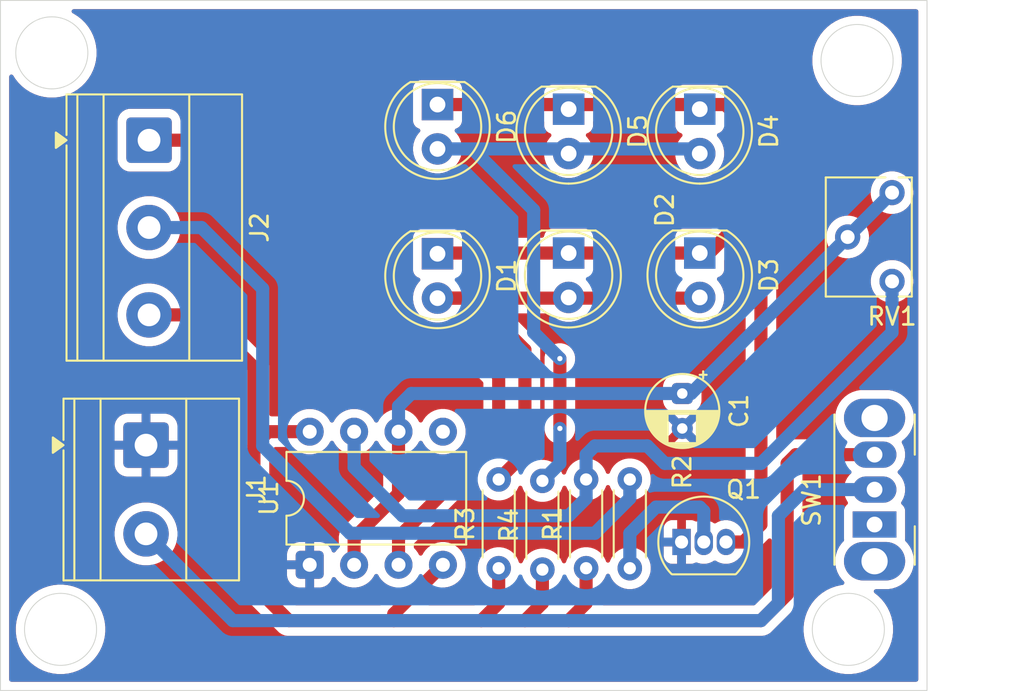
<source format=kicad_pcb>
(kicad_pcb (version 20241229) (generator "pcbnew") (generator_version "9.0")
  (layers (0 "F.Cu" signal) (2 "B.Cu" signal) (13 "F.Paste" user) (15 "B.Paste" user) (5 "F.SilkS" user "F.Silkscreen") (7 "B.SilkS" user "B.Silkscreen") (1 "F.Mask" user) (3 "B.Mask" user) (25 "Edge.Cuts" user))
  (net 0 "")
  (net 1 "GND")
  (net 2 "2,6")
  (net 3 "Net-(D1-A)")
  (net 4 "Net-(D1-K)")
  (net 5 "VCC")
  (net 6 "Net-(J1-Pin_2)")
  (net 7 "Net-(J2-Pin_1)")
  (net 8 "Net-(J2-Pin_2)")
  (net 9 "Net-(Q1-B)")
  (net 10 "7")
  (net 13 "Net-(D4-A)")
  (footprint "Button_Switch_THT:SW_Slide_SPDT_Angled_CK_OS102011MA1Q" (layer "F.Cu") (at 110.5 86 90)
    (property "Reference" "SW1" (at 1.4 -3.6 90) (layer "F.SilkS"))
    (property "Value" "SW_Push_SPDT")
    (fp_line (start -2.3 -2.3) (end 6.3 -2.3) (stroke (width 0.12)) (layer "F.SilkS"))
    (fp_line (start 4 2.3) (end 6.3 2.3) (stroke (width 0.12)) (layer "F.SilkS"))
    (fp_line (start -2.3 2.3) (end -0.1 2.3) (stroke (width 0.12)) (layer "F.SilkS"))
    (pad "" thru_hole oval (at -2.1 0 90) (size 2.2 3.5) (drill 1.5) (layers "*.Cu" "*.Mask"))
    (pad "" thru_hole oval (at 6.1 0 90) (size 2.2 3.5) (drill 1.5) (layers "*.Cu" "*.Mask"))
    (pad "1" thru_hole rect (at 0 0 90) (size 1.5 2.5) (drill 0.9) (layers "*.Cu" "*.Mask"))
    (pad "2" thru_hole oval (at 2 0 90) (size 1.5 2.5) (drill 0.9) (layers "*.Cu" "*.Mask") (net 6 "Net-(J1-Pin_2)"))
    (pad "3" thru_hole oval (at 4 0 90) (size 1.5 2.5) (drill 0.9) (layers "*.Cu" "*.Mask") (net 5 "VCC"))
  )
  (footprint "LED_THT:LED_D5.0mm" (layer "F.Cu") (at 85.5 61.96 -90)
    (property "Reference" "D6" (at 1.27 -3.96 90) (layer "F.SilkS"))
    (property "Value" "LED")
    (fp_line (start -1.29 -1.545) (end -1.29 1.545) (stroke (width 0.12)) (layer "F.SilkS"))
    (fp_arc (start 4.26 0) (mid 2.071779 2.880495) (end -1.29 1.54483) (stroke (width 0.12)) (layer "F.SilkS"))
    (fp_arc (start -1.29 -1.54483) (mid 2.071779 -2.880495) (end 4.26 0) (stroke (width 0.12)) (layer "F.SilkS"))
    (fp_circle (center 1.27 0) (end 3.77 0) (stroke (width 0.12)) (fill no) (layer "F.SilkS"))
    (pad "1" thru_hole rect (at 0 0 270) (size 1.8 1.8) (drill 0.9) (layers "*.Cu" "*.Mask") (net 4 "Net-(D1-K)"))
    (pad "2" thru_hole circle (at 2.54 0 270) (size 1.8 1.8) (drill 0.9) (layers "*.Cu" "*.Mask") (net 13 "Net-(D4-A)"))
  )
  (footprint "TerminalBlock_Phoenix:TerminalBlock_Phoenix_MKDS-1,5-2-5.08_1x02_P5.08mm_Horizontal" (layer "F.Cu") (at 68.8275 81.455 -90)
    (property "Reference" "J1" (at 2.54 -6.32 90) (layer "F.SilkS"))
    (property "Value" "Screw_Terminal_01x02")
    (fp_line (start -2.66 4.72) (end -2.66 -5.32) (stroke (width 0.12)) (layer "F.SilkS"))
    (fp_line (start -0.3 4.72) (end -2.66 4.72) (stroke (width 0.12)) (layer "F.SilkS"))
    (fp_line (start 7.74 4.72) (end 0.3 4.72) (stroke (width 0.12)) (layer "F.SilkS"))
    (fp_line (start -2.66 4.1) (end 7.74 4.1) (stroke (width 0.12)) (layer "F.SilkS"))
    (fp_line (start -2.66 2.6) (end 7.74 2.6) (stroke (width 0.12)) (layer "F.SilkS"))
    (fp_line (start -2.66 -2.3) (end 7.74 -2.3) (stroke (width 0.12)) (layer "F.SilkS"))
    (fp_line (start -2.66 -5.32) (end 7.74 -5.32) (stroke (width 0.12)) (layer "F.SilkS"))
    (fp_line (start 7.74 -5.32) (end 7.74 4.72) (stroke (width 0.12)) (layer "F.SilkS"))
    (fp_poly (pts (xy 0 4.72) (xy 0.44 5.33) (xy -0.44 5.33)) (stroke (width 0.12)) (fill yes) (layer "F.SilkS"))
    (pad "1" thru_hole roundrect (at 0 0 270) (size 2.6 2.6) (drill 1.3) (layers "*.Cu" "*.Mask") (roundrect_rratio 0.096154) (net 1 "GND"))
    (pad "2" thru_hole circle (at 5.08 0 270) (size 2.6 2.6) (drill 1.3) (layers "*.Cu" "*.Mask") (net 6 "Net-(J1-Pin_2)"))
  )
  (footprint "Resistor_THT:R_Axial_DIN0204_L3.6mm_D1.6mm_P5.08mm_Horizontal" (layer "F.Cu") (at 94 88.5 90)
    (property "Reference" "R1" (at 2.54 -1.92 90) (layer "F.SilkS"))
    (property "Value" "R")
    (fp_line (start 0.62 -0.92) (end 4.46 -0.92) (stroke (width 0.12)) (layer "F.SilkS"))
    (fp_line (start 0.62 0.92) (end 4.46 0.92) (stroke (width 0.12)) (layer "F.SilkS"))
    (pad "1" thru_hole circle (at 0 0 90) (size 1.4 1.4) (drill 0.7) (layers "*.Cu" "*.Mask") (net 5 "VCC"))
    (pad "2" thru_hole circle (at 5.08 0 90) (size 1.4 1.4) (drill 0.7) (layers "*.Cu" "*.Mask") (net 10 "7"))
  )
  (footprint "Resistor_THT:R_Axial_DIN0204_L3.6mm_D1.6mm_P5.08mm_Horizontal" (layer "F.Cu") (at 96.5 83.42 -90)
    (property "Reference" "R2" (at -0.42 -3 90) (layer "F.SilkS"))
    (property "Value" "R")
    (fp_line (start 0.62 0.92) (end 4.46 0.92) (stroke (width 0.12)) (layer "F.SilkS"))
    (fp_line (start 0.62 -0.92) (end 4.46 -0.92) (stroke (width 0.12)) (layer "F.SilkS"))
    (pad "1" thru_hole circle (at 0 0 270) (size 1.4 1.4) (drill 0.7) (layers "*.Cu" "*.Mask") (net 8 "Net-(J2-Pin_2)"))
    (pad "2" thru_hole circle (at 5.08 0 270) (size 1.4 1.4) (drill 0.7) (layers "*.Cu" "*.Mask") (net 9 "Net-(Q1-B)"))
  )
  (footprint "Potentiometer_THT:Potentiometer_Vishay_T73XX_Horizontal" (layer "F.Cu") (at 111.5 72.08 180)
    (property "Reference" "RV1" (at 0 -2.01 0) (layer "F.SilkS"))
    (property "Value" "R_Potentiometer")
    (fp_line (start 3.79 5.95) (end 0.382 5.95) (stroke (width 0.12)) (layer "F.SilkS"))
    (fp_line (start 3.79 -0.87) (end 3.79 5.95) (stroke (width 0.12)) (layer "F.SilkS"))
    (fp_line (start 0.382 -0.87) (end 3.79 -0.87) (stroke (width 0.12)) (layer "F.SilkS"))
    (fp_line (start -0.382 5.95) (end -1.13 5.95) (stroke (width 0.12)) (layer "F.SilkS"))
    (fp_line (start -1.13 5.95) (end -1.13 -0.87) (stroke (width 0.12)) (layer "F.SilkS"))
    (fp_line (start -1.13 -0.87) (end -0.382 -0.87) (stroke (width 0.12)) (layer "F.SilkS"))
    (pad "1" thru_hole circle (at 0 0 180) (size 1.44 1.44) (drill 0.8) (layers "*.Cu" "*.Mask") (net 10 "7"))
    (pad "2" thru_hole circle (at 2.54 2.54 180) (size 1.44 1.44) (drill 0.8) (layers "*.Cu" "*.Mask") (net 2 "2,6"))
    (pad "3" thru_hole circle (at 0 5.08 180) (size 1.44 1.44) (drill 0.8) (layers "*.Cu" "*.Mask") (net 2 "2,6"))
  )
  (footprint "LED_THT:LED_D5.0mm" (layer "F.Cu") (at 93 62.225 -90)
    (property "Reference" "D5" (at 1.27 -3.96 90) (layer "F.SilkS"))
    (property "Value" "LED")
    (fp_line (start -1.29 -1.545) (end -1.29 1.545) (stroke (width 0.12)) (layer "F.SilkS"))
    (fp_arc (start 4.26 0) (mid 2.071779 2.880495) (end -1.29 1.54483) (stroke (width 0.12)) (layer "F.SilkS"))
    (fp_arc (start -1.29 -1.54483) (mid 2.071779 -2.880495) (end 4.26 0) (stroke (width 0.12)) (layer "F.SilkS"))
    (fp_circle (center 1.27 0) (end 3.77 0) (stroke (width 0.12)) (fill no) (layer "F.SilkS"))
    (pad "1" thru_hole rect (at 0 0 270) (size 1.8 1.8) (drill 0.9) (layers "*.Cu" "*.Mask") (net 4 "Net-(D1-K)"))
    (pad "2" thru_hole circle (at 2.54 0 270) (size 1.8 1.8) (drill 0.9) (layers "*.Cu" "*.Mask") (net 13 "Net-(D4-A)"))
  )
  (footprint "Package_TO_SOT_THT:TO-92_Inline" (layer "F.Cu") (at 99.46 87)
    (property "Reference" "Q1" (at 3.54 -3 0) (layer "F.SilkS"))
    (property "Value" "2N3904")
    (fp_line (start -0.53 1.85) (end 3.07 1.85) (stroke (width 0.12)) (layer "F.SilkS"))
    (fp_arc (start -0.568478 1.838478) (mid -1.132087 -0.994977) (end 1.27 -2.6) (stroke (width 0.12)) (layer "F.SilkS"))
    (fp_arc (start 1.27 -2.6) (mid 3.672087 -0.994977) (end 3.108478 1.838478) (stroke (width 0.12)) (layer "F.SilkS"))
    (pad "1" thru_hole rect (at 0 0) (size 1.05 1.5) (drill 0.75) (layers "*.Cu" "*.Mask") (net 1 "GND"))
    (pad "2" thru_hole oval (at 1.27 0) (size 1.05 1.5) (drill 0.75) (layers "*.Cu" "*.Mask") (net 9 "Net-(Q1-B)"))
    (pad "3" thru_hole oval (at 2.54 0) (size 1.05 1.5) (drill 0.75) (layers "*.Cu" "*.Mask") (net 4 "Net-(D1-K)"))
  )
  (footprint "Capacitor_THT:CP_Radial_D4.0mm_P2.00mm" (layer "F.Cu") (at 99.5 78.5 -90)
    (property "Reference" "C1" (at 1 -3.25 90) (layer "F.SilkS"))
    (property "Value" "C_Polarized")
    (fp_line (start 1.2 0.84) (end 1.2 2.071) (stroke (width 0.12)) (layer "F.SilkS"))
    (fp_line (start 1.24 0.84) (end 1.24 2.066) (stroke (width 0.12)) (layer "F.SilkS"))
    (fp_line (start 1.28 0.84) (end 1.28 2.061) (stroke (width 0.12)) (layer "F.SilkS"))
    (fp_line (start 1.32 0.84) (end 1.32 2.056) (stroke (width 0.12)) (layer "F.SilkS"))
    (fp_line (start 1.36 0.84) (end 1.36 2.049) (stroke (width 0.12)) (layer "F.SilkS"))
    (fp_line (start 1.4 0.84) (end 1.4 2.042) (stroke (width 0.12)) (layer "F.SilkS"))
    (fp_line (start 1.44 0.84) (end 1.44 2.034) (stroke (width 0.12)) (layer "F.SilkS"))
    (fp_line (start 1.48 0.84) (end 1.48 2.025) (stroke (width 0.12)) (layer "F.SilkS"))
    (fp_line (start 1.52 0.84) (end 1.52 2.015) (stroke (width 0.12)) (layer "F.SilkS"))
    (fp_line (start 1.56 0.84) (end 1.56 2.005) (stroke (width 0.12)) (layer "F.SilkS"))
    (fp_line (start 1.6 0.84) (end 1.6 1.993) (stroke (width 0.12)) (layer "F.SilkS"))
    (fp_line (start 1.64 0.84) (end 1.64 1.981) (stroke (width 0.12)) (layer "F.SilkS"))
    (fp_line (start 1.68 0.84) (end 1.68 1.968) (stroke (width 0.12)) (layer "F.SilkS"))
    (fp_line (start 1.72 0.84) (end 1.72 1.954) (stroke (width 0.12)) (layer "F.SilkS"))
    (fp_line (start 1.76 0.84) (end 1.76 1.939) (stroke (width 0.12)) (layer "F.SilkS"))
    (fp_line (start 1.8 0.84) (end 1.8 1.923) (stroke (width 0.12)) (layer "F.SilkS"))
    (fp_line (start 1.84 0.84) (end 1.84 1.906) (stroke (width 0.12)) (layer "F.SilkS"))
    (fp_line (start 1.88 0.84) (end 1.88 1.889) (stroke (width 0.12)) (layer "F.SilkS"))
    (fp_line (start 1.92 0.84) (end 1.92 1.87) (stroke (width 0.12)) (layer "F.SilkS"))
    (fp_line (start 1.96 0.84) (end 1.96 1.85) (stroke (width 0.12)) (layer "F.SilkS"))
    (fp_line (start 2 0.84) (end 2 1.829) (stroke (width 0.12)) (layer "F.SilkS"))
    (fp_line (start 2.04 0.84) (end 2.04 1.807) (stroke (width 0.12)) (layer "F.SilkS"))
    (fp_line (start 2.08 0.84) (end 2.08 1.784) (stroke (width 0.12)) (layer "F.SilkS"))
    (fp_line (start 2.12 0.84) (end 2.12 1.76) (stroke (width 0.12)) (layer "F.SilkS"))
    (fp_line (start 2.16 0.84) (end 2.16 1.734) (stroke (width 0.12)) (layer "F.SilkS"))
    (fp_line (start 2.2 0.84) (end 2.2 1.708) (stroke (width 0.12)) (layer "F.SilkS"))
    (fp_line (start 2.24 0.84) (end 2.24 1.68) (stroke (width 0.12)) (layer "F.SilkS"))
    (fp_line (start 2.28 0.84) (end 2.28 1.65) (stroke (width 0.12)) (layer "F.SilkS"))
    (fp_line (start 2.32 0.84) (end 2.32 1.619) (stroke (width 0.12)) (layer "F.SilkS"))
    (fp_line (start 2.36 0.84) (end 2.36 1.586) (stroke (width 0.12)) (layer "F.SilkS"))
    (fp_line (start 2.4 0.84) (end 2.4 1.552) (stroke (width 0.12)) (layer "F.SilkS"))
    (fp_line (start 2.44 0.84) (end 2.44 1.516) (stroke (width 0.12)) (layer "F.SilkS"))
    (fp_line (start 2.48 0.84) (end 2.48 1.478) (stroke (width 0.12)) (layer "F.SilkS"))
    (fp_line (start 2.52 0.84) (end 2.52 1.438) (stroke (width 0.12)) (layer "F.SilkS"))
    (fp_line (start 2.56 0.84) (end 2.56 1.396) (stroke (width 0.12)) (layer "F.SilkS"))
    (fp_line (start 2.6 0.84) (end 2.6 1.351) (stroke (width 0.12)) (layer "F.SilkS"))
    (fp_line (start 2.64 0.84) (end 2.64 1.303) (stroke (width 0.12)) (layer "F.SilkS"))
    (fp_line (start 2.68 0.84) (end 2.68 1.253) (stroke (width 0.12)) (layer "F.SilkS"))
    (fp_line (start 2.72 0.84) (end 2.72 1.199) (stroke (width 0.12)) (layer "F.SilkS"))
    (fp_line (start 2.76 0.84) (end 2.76 1.142) (stroke (width 0.12)) (layer "F.SilkS"))
    (fp_line (start 2.8 0.84) (end 2.8 1.08) (stroke (width 0.12)) (layer "F.SilkS"))
    (fp_line (start 3.08 -0.37) (end 3.08 0.37) (stroke (width 0.12)) (layer "F.SilkS"))
    (fp_line (start 3.04 -0.537) (end 3.04 0.537) (stroke (width 0.12)) (layer "F.SilkS"))
    (fp_line (start 3 -0.663) (end 3 0.663) (stroke (width 0.12)) (layer "F.SilkS"))
    (fp_line (start 2.96 -0.768) (end 2.96 0.768) (stroke (width 0.12)) (layer "F.SilkS"))
    (fp_line (start 2.92 -0.859) (end 2.92 0.859) (stroke (width 0.12)) (layer "F.SilkS"))
    (fp_line (start 2.88 -0.94) (end 2.88 0.94) (stroke (width 0.12)) (layer "F.SilkS"))
    (fp_line (start 2.84 -1.013) (end 2.84 1.013) (stroke (width 0.12)) (layer "F.SilkS"))
    (fp_line (start 2.8 -1.08) (end 2.8 -0.84) (stroke (width 0.12)) (layer "F.SilkS"))
    (fp_line (start 2.76 -1.142) (end 2.76 -0.84) (stroke (width 0.12)) (layer "F.SilkS"))
    (fp_line (start -1.269801 -1.195) (end -0.869801 -1.195) (stroke (width 0.12)) (layer "F.SilkS"))
    (fp_line (start 2.72 -1.199) (end 2.72 -0.84) (stroke (width 0.12)) (layer "F.SilkS"))
    (fp_line (start 2.68 -1.253) (end 2.68 -0.84) (stroke (width 0.12)) (layer "F.SilkS"))
    (fp_line (start 2.64 -1.303) (end 2.64 -0.84) (stroke (width 0.12)) (layer "F.SilkS"))
    (fp_line (start 2.6 -1.351) (end 2.6 -0.84) (stroke (width 0.12)) (layer "F.SilkS"))
    (fp_line (start -1.069801 -1.395) (end -1.069801 -0.995) (stroke (width 0.12)) (layer "F.SilkS"))
    (fp_line (start 2.56 -1.396) (end 2.56 -0.84) (stroke (width 0.12)) (layer "F.SilkS"))
    (fp_line (start 2.52 -1.438) (end 2.52 -0.84) (stroke (width 0.12)) (layer "F.SilkS"))
    (fp_line (start 2.48 -1.478) (end 2.48 -0.84) (stroke (width 0.12)) (layer "F.SilkS"))
    (fp_line (start 2.44 -1.516) (end 2.44 -0.84) (stroke (width 0.12)) (layer "F.SilkS"))
    (fp_line (start 2.4 -1.552) (end 2.4 -0.84) (stroke (width 0.12)) (layer "F.SilkS"))
    (fp_line (start 2.36 -1.586) (end 2.36 -0.84) (stroke (width 0.12)) (layer "F.SilkS"))
    (fp_line (start 2.32 -1.619) (end 2.32 -0.84) (stroke (width 0.12)) (layer "F.SilkS"))
    (fp_line (start 2.28 -1.65) (end 2.28 -0.84) (stroke (width 0.12)) (layer "F.SilkS"))
    (fp_line (start 2.24 -1.68) (end 2.24 -0.84) (stroke (width 0.12)) (layer "F.SilkS"))
    (fp_line (start 2.2 -1.708) (end 2.2 -0.84) (stroke (width 0.12)) (layer "F.SilkS"))
    (fp_line (start 2.16 -1.734) (end 2.16 -0.84) (stroke (width 0.12)) (layer "F.SilkS"))
    (fp_line (start 2.12 -1.76) (end 2.12 -0.84) (stroke (width 0.12)) (layer "F.SilkS"))
    (fp_line (start 2.08 -1.784) (end 2.08 -0.84) (stroke (width 0.12)) (layer "F.SilkS"))
    (fp_line (start 2.04 -1.807) (end 2.04 -0.84) (stroke (width 0.12)) (layer "F.SilkS"))
    (fp_line (start 2 -1.829) (end 2 -0.84) (stroke (width 0.12)) (layer "F.SilkS"))
    (fp_line (start 1.96 -1.85) (end 1.96 -0.84) (stroke (width 0.12)) (layer "F.SilkS"))
    (fp_line (start 1.92 -1.87) (end 1.92 -0.84) (stroke (width 0.12)) (layer "F.SilkS"))
    (fp_line (start 1.88 -1.889) (end 1.88 -0.84) (stroke (width 0.12)) (layer "F.SilkS"))
    (fp_line (start 1.84 -1.906) (end 1.84 -0.84) (stroke (width 0.12)) (layer "F.SilkS"))
    (fp_line (start 1.8 -1.923) (end 1.8 -0.84) (stroke (width 0.12)) (layer "F.SilkS"))
    (fp_line (start 1.76 -1.939) (end 1.76 -0.84) (stroke (width 0.12)) (layer "F.SilkS"))
    (fp_line (start 1.72 -1.954) (end 1.72 -0.84) (stroke (width 0.12)) (layer "F.SilkS"))
    (fp_line (start 1.68 -1.968) (end 1.68 -0.84) (stroke (width 0.12)) (layer "F.SilkS"))
    (fp_line (start 1.64 -1.981) (end 1.64 -0.84) (stroke (width 0.12)) (layer "F.SilkS"))
    (fp_line (start 1.6 -1.993) (end 1.6 -0.84) (stroke (width 0.12)) (layer "F.SilkS"))
    (fp_line (start 1.56 -2.005) (end 1.56 -0.84) (stroke (width 0.12)) (layer "F.SilkS"))
    (fp_line (start 1.52 -2.015) (end 1.52 -0.84) (stroke (width 0.12)) (layer "F.SilkS"))
    (fp_line (start 1.48 -2.025) (end 1.48 -0.84) (stroke (width 0.12)) (layer "F.SilkS"))
    (fp_line (start 1.44 -2.034) (end 1.44 -0.84) (stroke (width 0.12)) (layer "F.SilkS"))
    (fp_line (start 1.4 -2.042) (end 1.4 -0.84) (stroke (width 0.12)) (layer "F.SilkS"))
    (fp_line (start 1.36 -2.049) (end 1.36 -0.84) (stroke (width 0.12)) (layer "F.SilkS"))
    (fp_line (start 1.32 -2.056) (end 1.32 -0.84) (stroke (width 0.12)) (layer "F.SilkS"))
    (fp_line (start 1.28 -2.061) (end 1.28 -0.84) (stroke (width 0.12)) (layer "F.SilkS"))
    (fp_line (start 1.24 -2.066) (end 1.24 -0.84) (stroke (width 0.12)) (layer "F.SilkS"))
    (fp_line (start 1.2 -2.071) (end 1.2 -0.84) (stroke (width 0.12)) (layer "F.SilkS"))
    (fp_line (start 1.16 -2.074) (end 1.16 2.074) (stroke (width 0.12)) (layer "F.SilkS"))
    (fp_line (start 1.12 -2.077) (end 1.12 2.077) (stroke (width 0.12)) (layer "F.SilkS"))
    (fp_line (start 1.08 -2.078) (end 1.08 2.078) (stroke (width 0.12)) (layer "F.SilkS"))
    (fp_line (start 1 -2.08) (end 1 2.08) (stroke (width 0.12)) (layer "F.SilkS"))
    (fp_line (start 1.04 -2.08) (end 1.04 2.08) (stroke (width 0.12)) (layer "F.SilkS"))
    (fp_circle (center 1 0) (end 3.12 0) (stroke (width 0.12)) (fill no) (layer "F.SilkS"))
    (pad "1" thru_hole roundrect (at 0 0 270) (size 1.2 1.2) (drill 0.6) (layers "*.Cu" "*.Mask") (roundrect_rratio 0.208333) (net 2 "2,6"))
    (pad "2" thru_hole circle (at 2 0 270) (size 1.2 1.2) (drill 0.6) (layers "*.Cu" "*.Mask") (net 1 "GND"))
  )
  (footprint "Resistor_THT:R_Axial_DIN0204_L3.6mm_D1.6mm_P5.08mm_Horizontal" (layer "F.Cu") (at 91.5 88.58 90)
    (property "Reference" "R4" (at 2.54 -1.92 90) (layer "F.SilkS"))
    (property "Value" "R")
    (fp_line (start 0.62 -0.92) (end 4.46 -0.92) (stroke (width 0.12)) (layer "F.SilkS"))
    (fp_line (start 0.62 0.92) (end 4.46 0.92) (stroke (width 0.12)) (layer "F.SilkS"))
    (pad "1" thru_hole circle (at 0 0 90) (size 1.4 1.4) (drill 0.7) (layers "*.Cu" "*.Mask") (net 5 "VCC"))
    (pad "2" thru_hole circle (at 5.08 0 90) (size 1.4 1.4) (drill 0.7) (layers "*.Cu" "*.Mask") (net 13 "Net-(D4-A)"))
  )
  (footprint "LED_THT:LED_D5.0mm" (layer "F.Cu") (at 85.5 70.5 -90)
    (property "Reference" "D1" (at 1.27 -3.96 90) (layer "F.SilkS"))
    (property "Value" "LED")
    (fp_line (start -1.29 -1.545) (end -1.29 1.545) (stroke (width 0.12)) (layer "F.SilkS"))
    (fp_arc (start 4.26 0) (mid 2.071779 2.880495) (end -1.29 1.54483) (stroke (width 0.12)) (layer "F.SilkS"))
    (fp_arc (start -1.29 -1.54483) (mid 2.071779 -2.880495) (end 4.26 0) (stroke (width 0.12)) (layer "F.SilkS"))
    (fp_circle (center 1.27 0) (end 3.77 0) (stroke (width 0.12)) (fill no) (layer "F.SilkS"))
    (pad "1" thru_hole rect (at 0 0 270) (size 1.8 1.8) (drill 0.9) (layers "*.Cu" "*.Mask") (net 4 "Net-(D1-K)"))
    (pad "2" thru_hole circle (at 2.54 0 270) (size 1.8 1.8) (drill 0.9) (layers "*.Cu" "*.Mask") (net 3 "Net-(D1-A)"))
  )
  (footprint "Resistor_THT:R_Axial_DIN0204_L3.6mm_D1.6mm_P5.08mm_Horizontal" (layer "F.Cu") (at 89 88.5 90)
    (property "Reference" "R3" (at 2.54 -1.92 90) (layer "F.SilkS"))
    (property "Value" "R")
    (fp_line (start 0.62 -0.92) (end 4.46 -0.92) (stroke (width 0.12)) (layer "F.SilkS"))
    (fp_line (start 0.62 0.92) (end 4.46 0.92) (stroke (width 0.12)) (layer "F.SilkS"))
    (pad "1" thru_hole circle (at 0 0 90) (size 1.4 1.4) (drill 0.7) (layers "*.Cu" "*.Mask") (net 5 "VCC"))
    (pad "2" thru_hole circle (at 5.08 0 90) (size 1.4 1.4) (drill 0.7) (layers "*.Cu" "*.Mask") (net 3 "Net-(D1-A)"))
  )
  (footprint "LED_THT:LED_D5.0mm" (layer "F.Cu") (at 100.5 62.225 -90)
    (property "Reference" "D4" (at 1.27 -3.96 90) (layer "F.SilkS"))
    (property "Value" "LED")
    (fp_line (start -1.29 -1.545) (end -1.29 1.545) (stroke (width 0.12)) (layer "F.SilkS"))
    (fp_arc (start 4.26 0) (mid 2.071779 2.880495) (end -1.29 1.54483) (stroke (width 0.12)) (layer "F.SilkS"))
    (fp_arc (start -1.29 -1.54483) (mid 2.071779 -2.880495) (end 4.26 0) (stroke (width 0.12)) (layer "F.SilkS"))
    (fp_circle (center 1.27 0) (end 3.77 0) (stroke (width 0.12)) (fill no) (layer "F.SilkS"))
    (pad "1" thru_hole rect (at 0 0 270) (size 1.8 1.8) (drill 0.9) (layers "*.Cu" "*.Mask") (net 4 "Net-(D1-K)"))
    (pad "2" thru_hole circle (at 2.54 0 270) (size 1.8 1.8) (drill 0.9) (layers "*.Cu" "*.Mask") (net 13 "Net-(D4-A)"))
  )
  (footprint "Package_DIP:DIP-8_W7.62mm" (layer "F.Cu") (at 78.19 88.305 90)
    (property "Reference" "U1" (at 3.81 -2.33 90) (layer "F.SilkS"))
    (property "Value" "NE555P")
    (fp_line (start 6.46 -1.33) (end 4.81 -1.33) (stroke (width 0.12)) (layer "F.SilkS"))
    (fp_line (start 2.81 -1.33) (end 1.16 -1.33) (stroke (width 0.12)) (layer "F.SilkS"))
    (fp_line (start 1.16 -1.33) (end 1.16 8.95) (stroke (width 0.12)) (layer "F.SilkS"))
    (fp_line (start 6.46 8.95) (end 6.46 -1.33) (stroke (width 0.12)) (layer "F.SilkS"))
    (fp_line (start 1.16 8.95) (end 6.46 8.95) (stroke (width 0.12)) (layer "F.SilkS"))
    (fp_arc (start 4.81 -1.33) (mid 3.81 -0.33) (end 2.81 -1.33) (stroke (width 0.12)) (layer "F.SilkS"))
    (pad "1" thru_hole roundrect (at 0 0 90) (size 1.6 1.6) (drill 0.8) (layers "*.Cu" "*.Mask") (roundrect_rratio 0.15625) (net 1 "GND"))
    (pad "2" thru_hole circle (at 0 2.54 90) (size 1.6 1.6) (drill 0.8) (layers "*.Cu" "*.Mask") (net 2 "2,6"))
    (pad "3" thru_hole circle (at 0 5.08 90) (size 1.6 1.6) (drill 0.8) (layers "*.Cu" "*.Mask") (net 7 "Net-(J2-Pin_1)"))
    (pad "4" thru_hole circle (at 0 7.62 90) (size 1.6 1.6) (drill 0.8) (layers "*.Cu" "*.Mask") (net 5 "VCC"))
    (pad "5" thru_hole circle (at 7.62 7.62 90) (size 1.6 1.6) (drill 0.8) (layers "*.Cu" "*.Mask"))
    (pad "6" thru_hole circle (at 7.62 5.08 90) (size 1.6 1.6) (drill 0.8) (layers "*.Cu" "*.Mask") (net 2 "2,6"))
    (pad "7" thru_hole circle (at 7.62 2.54 90) (size 1.6 1.6) (drill 0.8) (layers "*.Cu" "*.Mask") (net 10 "7"))
    (pad "8" thru_hole circle (at 7.62 0 90) (size 1.6 1.6) (drill 0.8) (layers "*.Cu" "*.Mask") (net 5 "VCC"))
  )
  (footprint "TerminalBlock_Phoenix:TerminalBlock_Phoenix_MKDS-1,5-3_1x03_P5.00mm_Horizontal" (layer "F.Cu") (at 69 64 -90)
    (property "Reference" "J2" (at 5 -6.32 90) (layer "F.SilkS"))
    (property "Value" "Screw_Terminal_01x03")
    (fp_line (start -2.62 4.72) (end -2.62 -5.32) (stroke (width 0.12)) (layer "F.SilkS"))
    (fp_line (start -0.3 4.72) (end -2.62 4.72) (stroke (width 0.12)) (layer "F.SilkS"))
    (fp_line (start 12.62 4.72) (end 0.3 4.72) (stroke (width 0.12)) (layer "F.SilkS"))
    (fp_line (start -2.62 4.1) (end 12.62 4.1) (stroke (width 0.12)) (layer "F.SilkS"))
    (fp_line (start -2.62 2.6) (end 12.62 2.6) (stroke (width 0.12)) (layer "F.SilkS"))
    (fp_line (start -2.62 -2.3) (end 12.62 -2.3) (stroke (width 0.12)) (layer "F.SilkS"))
    (fp_line (start -2.62 -5.32) (end 12.62 -5.32) (stroke (width 0.12)) (layer "F.SilkS"))
    (fp_line (start 12.62 -5.32) (end 12.62 4.72) (stroke (width 0.12)) (layer "F.SilkS"))
    (fp_poly (pts (xy 0 4.72) (xy 0.44 5.33) (xy -0.44 5.33)) (stroke (width 0.12)) (fill yes) (layer "F.SilkS"))
    (pad "1" thru_hole roundrect (at 0 0 270) (size 2.6 2.6) (drill 1.3) (layers "*.Cu" "*.Mask") (roundrect_rratio 0.096154) (net 7 "Net-(J2-Pin_1)"))
    (pad "2" thru_hole circle (at 5 0 270) (size 2.6 2.6) (drill 1.3) (layers "*.Cu" "*.Mask") (net 8 "Net-(J2-Pin_2)"))
    (pad "3" thru_hole circle (at 10 0 270) (size 2.6 2.6) (drill 1.3) (layers "*.Cu" "*.Mask") (net 5 "VCC"))
  )
  (footprint "LED_THT:LED_D5.0mm" (layer "F.Cu") (at 100.5 70.46 -90)
    (property "Reference" "D3" (at 1.27 -3.96 90) (layer "F.SilkS"))
    (property "Value" "LED")
    (fp_line (start -1.29 -1.545) (end -1.29 1.545) (stroke (width 0.12)) (layer "F.SilkS"))
    (fp_arc (start 4.26 0) (mid 2.071779 2.880495) (end -1.29 1.54483) (stroke (width 0.12)) (layer "F.SilkS"))
    (fp_arc (start -1.29 -1.54483) (mid 2.071779 -2.880495) (end 4.26 0) (stroke (width 0.12)) (layer "F.SilkS"))
    (fp_circle (center 1.27 0) (end 3.77 0) (stroke (width 0.12)) (fill no) (layer "F.SilkS"))
    (pad "1" thru_hole rect (at 0 0 270) (size 1.8 1.8) (drill 0.9) (layers "*.Cu" "*.Mask") (net 4 "Net-(D1-K)"))
    (pad "2" thru_hole circle (at 2.54 0 270) (size 1.8 1.8) (drill 0.9) (layers "*.Cu" "*.Mask") (net 3 "Net-(D1-A)"))
  )
  (footprint "LED_THT:LED_D5.0mm" (layer "F.Cu") (at 93 70.46 -90)
    (property "Reference" "D2" (at -2.46 -5.5 90) (layer "F.SilkS"))
    (property "Value" "LED")
    (fp_line (start -1.29 -1.545) (end -1.29 1.545) (stroke (width 0.12)) (layer "F.SilkS"))
    (fp_arc (start 4.26 0) (mid 2.071779 2.880495) (end -1.29 1.54483) (stroke (width 0.12)) (layer "F.SilkS"))
    (fp_arc (start -1.29 -1.54483) (mid 2.071779 -2.880495) (end 4.26 0) (stroke (width 0.12)) (layer "F.SilkS"))
    (fp_circle (center 1.27 0) (end 3.77 0) (stroke (width 0.12)) (fill no) (layer "F.SilkS"))
    (pad "1" thru_hole rect (at 0 0 270) (size 1.8 1.8) (drill 0.9) (layers "*.Cu" "*.Mask") (net 4 "Net-(D1-K)"))
    (pad "2" thru_hole circle (at 2.54 0 270) (size 1.8 1.8) (drill 0.9) (layers "*.Cu" "*.Mask") (net 3 "Net-(D1-A)"))
  )
  (gr_circle (center 63.438447 59) (end 65.438447 59.5) (stroke (width 0.05)) (fill no) (layer "Edge.Cuts"))
  (gr_circle (center 109.5 59.438447) (end 111.5 59.938447) (stroke (width 0.05)) (fill no) (layer "Edge.Cuts"))
  (gr_rect (start 60.5 56) (end 113.5 95.5) (stroke (width 0.05)) (fill no) (layer "Edge.Cuts"))
  (gr_circle (center 109 92) (end 111 92.5) (stroke (width 0.05)) (fill no) (layer "Edge.Cuts"))
  (gr_circle (center 63.938447 92) (end 65.938447 92.5) (stroke (width 0.05)) (fill no) (layer "Edge.Cuts"))
  (segment (start 99.5 86.96) (end 99.46 87) (width 0.75) (layer "B.Cu") (net 1))
  (segment (start 78.19 88.305) (end 77.805 88.305) (width 0.75) (layer "B.Cu") (net 1))
  (segment (start 83.27 84.23) (end 83.27 80.685) (width 0.75) (layer "F.Cu") (net 2))
  (segment (start 80.73 88.305) (end 80.73 86.77) (width 0.75) (layer "F.Cu") (net 2))
  (segment (start 80.73 86.77) (end 83.27 84.23) (width 0.75) (layer "F.Cu") (net 2))
  (segment (start 83.27 79.23) (end 84 78.5) (width 0.75) (layer "B.Cu") (net 2))
  (segment (start 108.96 69.54) (end 111.5 67) (width 0.75) (layer "B.Cu") (net 2))
  (segment (start 100 78.5) (end 99.5 78.5) (width 0.75) (layer "B.Cu") (net 2))
  (segment (start 83.27 80.685) (end 83.27 79.23) (width 0.75) (layer "B.Cu") (net 2))
  (segment (start 84 78.5) (end 99.5 78.5) (width 0.75) (layer "B.Cu") (net 2))
  (segment (start 108.96 69.54) (end 100 78.5) (width 0.75) (layer "B.Cu") (net 2))
  (segment (start 87.54 73.04) (end 85.5 73.04) (width 0.75) (layer "F.Cu") (net 3))
  (segment (start 90.5 76) (end 87.54 73.04) (width 0.75) (layer "F.Cu") (net 3))
  (segment (start 85.5 73.04) (end 100.46 73.04) (width 0.75) (layer "F.Cu") (net 3))
  (segment (start 89 83.42) (end 90.5 81.92) (width 0.75) (layer "F.Cu") (net 3))
  (segment (start 90.5 81.92) (end 90.5 76) (width 0.75) (layer "F.Cu") (net 3))
  (segment (start 100.46 73.04) (end 100.5 73) (width 0.75) (layer "F.Cu") (net 3))
  (segment (start 101.96 61.96) (end 85.5 61.96) (width 0.75) (layer "F.Cu") (net 4))
  (segment (start 104 67.5) (end 104 67) (width 0.75) (layer "F.Cu") (net 4))
  (segment (start 101.04 70.46) (end 104 67.5) (width 0.75) (layer "F.Cu") (net 4))
  (segment (start 85.5 70.5) (end 86 70.5) (width 0.75) (layer "F.Cu") (net 4))
  (segment (start 86 70.5) (end 86.04 70.46) (width 0.75) (layer "F.Cu") (net 4))
  (segment (start 103 87) (end 104 86) (width 0.75) (layer "F.Cu") (net 4))
  (segment (start 104 67) (end 104 64) (width 0.75) (layer "F.Cu") (net 4))
  (segment (start 86.04 70.46) (end 100.5 70.46) (width 0.75) (layer "F.Cu") (net 4))
  (segment (start 104 86) (end 104 67) (width 0.75) (layer "F.Cu") (net 4))
  (segment (start 104 64) (end 101.96 61.96) (width 0.75) (layer "F.Cu") (net 4))
  (segment (start 100.5 70.46) (end 101.04 70.46) (width 0.75) (layer "F.Cu") (net 4))
  (segment (start 102 87) (end 103 87) (width 0.75) (layer "F.Cu") (net 4))
  (segment (start 85.725 62.225) (end 85.5 62) (width 0.75) (layer "B.Cu") (net 4))
  (segment (start 100 62) (end 100.5 62.5) (width 0.75) (layer "B.Cu") (net 4))
  (segment (start 75 81.5) (end 75.815 80.685) (width 0.75) (layer "F.Cu") (net 5))
  (segment (start 83 91.115) (end 83 91.5) (width 0.75) (layer "F.Cu") (net 5))
  (segment (start 93 91.5) (end 94 90.5) (width 0.75) (layer "F.Cu") (net 5))
  (segment (start 94 90.5) (end 94 88.5) (width 0.75) (layer "F.Cu") (net 5))
  (segment (start 88 91.5) (end 90.5 91.5) (width 0.75) (layer "F.Cu") (net 5))
  (segment (start 83 91.5) (end 88 91.5) (width 0.75) (layer "F.Cu") (net 5))
  (segment (start 75 81.5) (end 75 77) (width 0.75) (layer "F.Cu") (net 5))
  (segment (start 104 91.5) (end 105.5 90) (width 0.75) (layer "F.Cu") (net 5))
  (segment (start 75.815 80.685) (end 78.19 80.685) (width 0.75) (layer "F.Cu") (net 5))
  (segment (start 89 90.5) (end 88 91.5) (width 0.75) (layer "F.Cu") (net 5))
  (segment (start 106 82) (end 110.5 82) (width 0.75) (layer "F.Cu") (net 5))
  (segment (start 93 91.5) (end 104 91.5) (width 0.75) (layer "F.Cu") (net 5))
  (segment (start 89 88.5) (end 89 90.5) (width 0.75) (layer "F.Cu") (net 5))
  (segment (start 83 91.5) (end 77 91.5) (width 0.75) (layer "F.Cu") (net 5))
  (segment (start 90.5 91.5) (end 91.5 90.5) (width 0.75) (layer "F.Cu") (net 5))
  (segment (start 75 89.5) (end 75 81.5) (width 0.75) (layer "F.Cu") (net 5))
  (segment (start 85.81 88.305) (end 83 91.115) (width 0.75) (layer "F.Cu") (net 5))
  (segment (start 105.5 90) (end 105.5 82.5) (width 0.75) (layer "F.Cu") (net 5))
  (segment (start 77 91.5) (end 75 89.5) (width 0.75) (layer "F.Cu") (net 5))
  (segment (start 91.5 90.5) (end 91.5 88.58) (width 0.75) (layer "F.Cu") (net 5))
  (segment (start 90.5 91.5) (end 93 91.5) (width 0.75) (layer "F.Cu") (net 5))
  (segment (start 72 74) (end 69 74) (width 0.75) (layer "F.Cu") (net 5))
  (segment (start 105.5 82.5) (end 106 82) (width 0.75) (layer "F.Cu") (net 5))
  (segment (start 75 77) (end 72 74) (width 0.75) (layer "F.Cu") (net 5))
  (segment (start 73.7925 91.5) (end 104 91.5) (width 0.75) (layer "B.Cu") (net 6))
  (segment (start 105 85.5) (end 106.5 84) (width 0.75) (layer "B.Cu") (net 6))
  (segment (start 68.8275 86.535) (end 73.7925 91.5) (width 0.75) (layer "B.Cu") (net 6))
  (segment (start 105 90.5) (end 105 85.5) (width 0.75) (layer "B.Cu") (net 6))
  (segment (start 106.5 84) (end 110.5 84) (width 0.75) (layer "B.Cu") (net 6))
  (segment (start 104 91.5) (end 105 90.5) (width 0.75) (layer "B.Cu") (net 6))
  (segment (start 89 77.5) (end 88 76.5) (width 0.75) (layer "F.Cu") (net 7))
  (segment (start 89 81) (end 89 77.5) (width 0.75) (layer "F.Cu") (net 7))
  (segment (start 71.5 64) (end 69 64) (width 0.75) (layer "F.Cu") (net 7))
  (segment (start 84 76.5) (end 71.5 64) (width 0.75) (layer "F.Cu") (net 7))
  (segment (start 88 76.5) (end 84 76.5) (width 0.75) (layer "F.Cu") (net 7))
  (segment (start 83.27 86.73) (end 89 81) (width 0.75) (layer "F.Cu") (net 7))
  (segment (start 83.27 88.305) (end 83.27 86.73) (width 0.75) (layer "F.Cu") (net 7))
  (segment (start 96.5 84.5) (end 94.5 86.5) (width 0.75) (layer "B.Cu") (net 8))
  (segment (start 94.5 86.5) (end 80.5 86.5) (width 0.75) (layer "B.Cu") (net 8))
  (segment (start 96.5 83.42) (end 96.5 84.5) (width 0.75) (layer "B.Cu") (net 8))
  (segment (start 75.5 81.5) (end 75.5 72.5) (width 0.75) (layer "B.Cu") (net 8))
  (segment (start 80.5 86.5) (end 75.5 81.5) (width 0.75) (layer "B.Cu") (net 8))
  (segment (start 75.5 72.5) (end 73.25 70.25) (width 0.75) (layer "B.Cu") (net 8))
  (segment (start 72 69) (end 69 69) (width 0.75) (layer "B.Cu") (net 8))
  (segment (start 73.25 70.25) (end 72 69) (width 0.75) (layer "B.Cu") (net 8))
  (segment (start 100.5 85) (end 98 85) (width 0.75) (layer "B.Cu") (net 9))
  (segment (start 96.5 86.5) (end 98 85) (width 0.75) (layer "B.Cu") (net 9))
  (segment (start 96.5 88.5) (end 96.5 86.5) (width 0.75) (layer "B.Cu") (net 9))
  (segment (start 100.73 85.23) (end 100.5 85) (width 0.75) (layer "B.Cu") (net 9))
  (segment (start 100.73 87) (end 100.73 85.23) (width 0.75) (layer "B.Cu") (net 9))
  (segment (start 97.5 81.5) (end 98.5 82.5) (width 0.75) (layer "B.Cu") (net 10))
  (segment (start 104 82.5) (end 110.75 75.75) (width 0.75) (layer "B.Cu") (net 10))
  (segment (start 80.73 80.685) (end 80.73 82.73) (width 0.75) (layer "B.Cu") (net 10))
  (segment (start 80.73 82.73) (end 83.5 85.5) (width 0.75) (layer "B.Cu") (net 10))
  (segment (start 98.5 82.5) (end 104 82.5) (width 0.75) (layer "B.Cu") (net 10))
  (segment (start 94 83.42) (end 94 82) (width 0.75) (layer "B.Cu") (net 10))
  (segment (start 94 82) (end 94.5 81.5) (width 0.75) (layer "B.Cu") (net 10))
  (segment (start 93 85.5) (end 94 84.5) (width 0.75) (layer "B.Cu") (net 10))
  (segment (start 83.5 85.5) (end 93 85.5) (width 0.75) (layer "B.Cu") (net 10))
  (segment (start 111.5 75) (end 110.75 75.75) (width 0.75) (layer "B.Cu") (net 10))
  (segment (start 94.5 81.5) (end 97.5 81.5) (width 0.75) (layer "B.Cu") (net 10))
  (segment (start 111.5 72.08) (end 111.5 75) (width 0.75) (layer "B.Cu") (net 10))
  (segment (start 94 84.5) (end 94 83.42) (width 0.75) (layer "B.Cu") (net 10))
  (segment (start 92.5 76.5) (end 92.5 80.5) (width 0.75) (layer "F.Cu") (net 13))
  (via (at 92.5 80.5) (size 0.6) (drill 0.3) (layers "F.Cu" "B.Cu") (net 13))
  (via (at 92.5 76.5) (size 0.6) (drill 0.3) (layers "F.Cu" "B.Cu") (net 13))
  (segment (start 88.5 65.5) (end 91 68) (width 0.75) (layer "B.Cu") (net 13))
  (segment (start 87.5 64.5) (end 88 64.5) (width 0.75) (layer "B.Cu") (net 13))
  (segment (start 92.5 82.5) (end 92.5 80.5) (width 0.75) (layer "B.Cu") (net 13))
  (segment (start 91.5 83.5) (end 92.5 82.5) (width 0.75) (layer "B.Cu") (net 13))
  (segment (start 91 75) (end 92.5 76.5) (width 0.75) (layer "B.Cu") (net 13))
  (segment (start 88 64.5) (end 100.5 64.5) (width 0.75) (layer "B.Cu") (net 13))
  (segment (start 88.5 65.5) (end 87.5 64.5) (width 0.75) (layer "B.Cu") (net 13))
  (segment (start 91 68) (end 91 75) (width 0.75) (layer "B.Cu") (net 13))
  (segment (start 85.5 64.5) (end 87.5 64.5) (width 0.75) (layer "B.Cu") (net 13))
  (zone (net 1) (net_name "GND") (layer "F.Cu") (connect_pads (clearance 0.5)) (min_thickness 0.25) (fill yes (thermal_gap 0.5) (thermal_bridge_width 0.5))
    (polygon (pts (xy 60.5 56) (xy 113.5 56) (xy 113.5 95.5) (xy 60.5 95.5)))
  )
  (zone (net 1) (net_name "GND") (layer "B.Cu") (priority 1) (connect_pads (clearance 0.5)) (min_thickness 0.25) (fill yes (thermal_gap 0.5) (thermal_bridge_width 0.5))
    (polygon (pts (xy 60.5 56) (xy 113.5 56) (xy 113.5 95.5) (xy 60.5 95.5)))
  )
)
</source>
